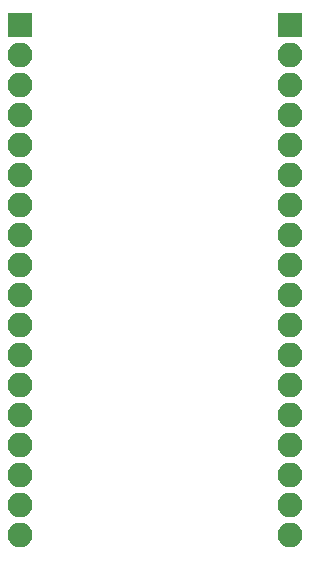
<source format=gbs>
G04 #@! TF.FileFunction,Soldermask,Bot*
%FSLAX46Y46*%
G04 Gerber Fmt 4.6, Leading zero omitted, Abs format (unit mm)*
G04 Created by KiCad (PCBNEW 4.0.7-e2-6376~60~ubuntu17.10.1) date Sun Mar  4 19:18:17 2018*
%MOMM*%
%LPD*%
G01*
G04 APERTURE LIST*
%ADD10C,0.100000*%
%ADD11R,2.100000X2.100000*%
%ADD12O,2.100000X2.100000*%
G04 APERTURE END LIST*
D10*
D11*
X137160000Y-86360000D03*
D12*
X137160000Y-88900000D03*
X137160000Y-91440000D03*
X137160000Y-93980000D03*
X137160000Y-96520000D03*
X137160000Y-99060000D03*
X137160000Y-101600000D03*
X137160000Y-104140000D03*
X137160000Y-106680000D03*
X137160000Y-109220000D03*
X137160000Y-111760000D03*
X137160000Y-114300000D03*
X137160000Y-116840000D03*
X137160000Y-119380000D03*
X137160000Y-121920000D03*
X137160000Y-124460000D03*
X137160000Y-127000000D03*
X137160000Y-129540000D03*
D11*
X160020000Y-86360000D03*
D12*
X160020000Y-88900000D03*
X160020000Y-91440000D03*
X160020000Y-93980000D03*
X160020000Y-96520000D03*
X160020000Y-99060000D03*
X160020000Y-101600000D03*
X160020000Y-104140000D03*
X160020000Y-106680000D03*
X160020000Y-109220000D03*
X160020000Y-111760000D03*
X160020000Y-114300000D03*
X160020000Y-116840000D03*
X160020000Y-119380000D03*
X160020000Y-121920000D03*
X160020000Y-124460000D03*
X160020000Y-127000000D03*
X160020000Y-129540000D03*
M02*

</source>
